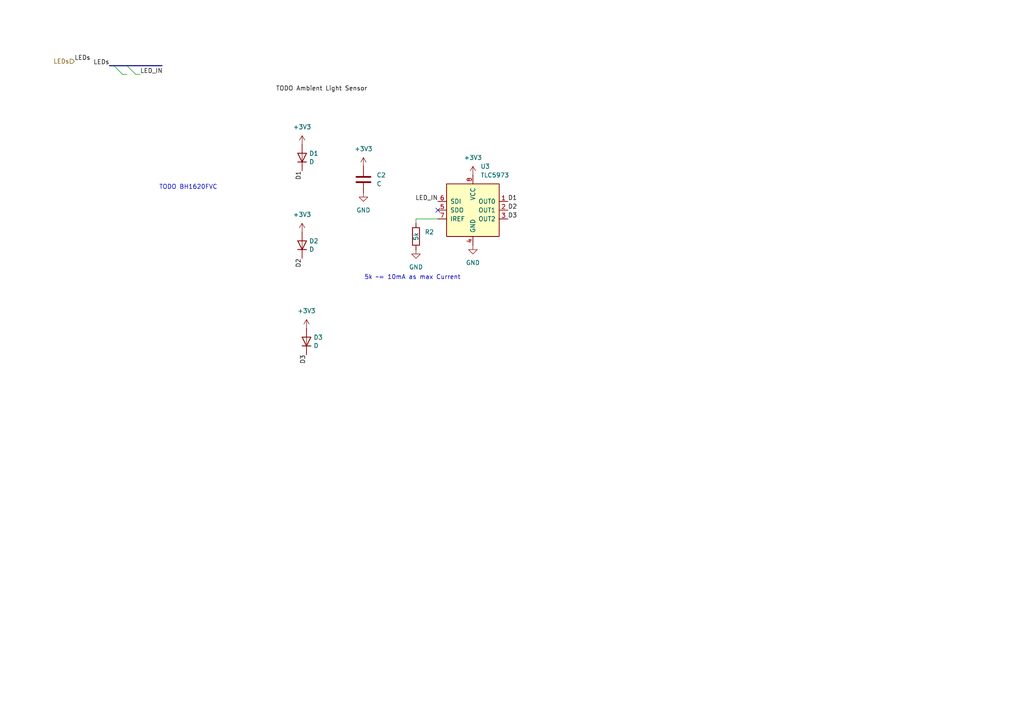
<source format=kicad_sch>
(kicad_sch (version 20231120) (generator "eeschema") (generator_version "8.0")
  (paper "A4")
  (lib_symbols
    (symbol "Device:C" (pin_numbers hide) (pin_names (offset 0.254))
      (property "Reference" "C" (at 0.635 2.54 0))
      (property "Value" "C" (at 0.635 -2.54 0))
      (symbol "C_0_1"
        (polyline (pts (xy -2.032 -0.762) (xy 2.032 -0.762)) (stroke (width 0.508)))
        (polyline (pts (xy -2.032 0.762) (xy 2.032 0.762)) (stroke (width 0.508)))
      )
      (symbol "C_1_1"
        (pin passive line (at 0 3.81 270) (length 2.794) (name "~") (number "1"))
        (pin passive line (at 0 -3.81 90) (length 2.794) (name "~") (number "2"))
      )
    )
    (symbol "Device:D" (pin_numbers hide) (pin_names (offset 1.016) hide)
      (property "Reference" "D" (at 0 2.54 0))
      (property "Value" "D" (at 0 -2.54 0))
      (symbol "D_0_1"
        (polyline (pts (xy -1.27 1.27) (xy -1.27 -1.27)) (stroke (width 0.254)))
        (polyline (pts (xy 1.27 0) (xy -1.27 0)))
        (polyline (pts (xy 1.27 1.27) (xy 1.27 -1.27) (xy -1.27 0) (xy 1.27 1.27)) (stroke (width 0.254)))
      )
      (symbol "D_1_1"
        (pin passive line (at -3.81 0 0) (length 2.54) (name "K") (number "1"))
        (pin passive line (at 3.81 0 180) (length 2.54) (name "A") (number "2"))
      )
    )
    (symbol "Device:R" (pin_numbers hide) (pin_names (offset 0))
      (property "Reference" "R" (at 2.032 0 90))
      (property "Value" "R" (at 0 0 90))
      (symbol "R_0_1"
        (rectangle (start -1.016 -2.54) (end 1.016 2.54) (stroke (width 0.254)))
      )
      (symbol "R_1_1"
        (pin passive line (at 0 3.81 270) (length 1.27) (name "~") (number "1"))
        (pin passive line (at 0 -3.81 90) (length 1.27) (name "~") (number "2"))
      )
    )
    (symbol "Driver_LED:TLC5973" (pin_names (offset 1.016))
      (property "Reference" "U" (at -7.62 8.89 0))
      (property "Value" "TLC5973" (at 1.27 8.89 0))
      (symbol "TLC5973_0_1"
        (rectangle (start -7.62 7.62) (end 7.62 -7.62) (stroke (width 0.254)) (fill (type background)))
      )
      (symbol "TLC5973_1_1"
        (pin output line (at 10.16 2.54 180) (length 2.54) (name "OUT0") (number "1"))
        (pin output line (at 10.16 0 180) (length 2.54) (name "OUT1") (number "2"))
        (pin output line (at 10.16 -2.54 180) (length 2.54) (name "OUT2") (number "3"))
        (pin power_in line (at 0 -10.16 90) (length 2.54) (name "GND") (number "4"))
        (pin output line (at -10.16 0 0) (length 2.54) (name "SDO") (number "5"))
        (pin input line (at -10.16 2.54 0) (length 2.54) (name "SDI") (number "6"))
        (pin bidirectional line (at -10.16 -2.54 0) (length 2.54) (name "IREF") (number "7"))
        (pin power_in line (at 0 10.16 270) (length 2.54) (name "VCC") (number "8"))
      )
    )
    (symbol "power:+3V3" (power) (pin_numbers hide) (pin_names (offset 0) hide)
      (property "Value" "+3V3" (at 0 3.556 0))
      (symbol "+3V3_0_1"
        (polyline (pts (xy -0.762 1.27) (xy 0 2.54)))
        (polyline (pts (xy 0 0) (xy 0 2.54)))
        (polyline (pts (xy 0 2.54) (xy 0.762 1.27)))
      )
      (symbol "+3V3_1_1"
        (pin power_in line (at 0 0 90) (length 0) (name "~") (number "1"))
      )
    )
    (symbol "power:GND" (power) (pin_numbers hide) (pin_names (offset 0) hide)
      (property "Value" "GND" (at 0 -3.81 0))
      (symbol "GND_0_1"
        (polyline (pts (xy 0 0) (xy 0 -1.27) (xy 1.27 -1.27) (xy 0 -2.54) (xy -1.27 -1.27) (xy 0 -1.27)))
      )
      (symbol "GND_1_1"
        (pin power_in line (at 0 0 270) (length 0) (name "~") (number "1"))
      )
    )
  )
  (no_connect (at 127 60.96))
  (bus_entry (at 36.83 19.05) (size 2.54 2.54))
  (bus_entry (at 33.02 19.05) (size 2.54 2.54))
  (wire (pts (xy 120.65 64.77) (xy 120.65 63.5)))
  (wire (pts (xy 39.37 21.59) (xy 40.64 21.59)))
  (bus (pts (xy 36.83 19.05) (xy 46.99 19.05)))
  (bus (pts (xy 36.83 19.05) (xy 33.02 19.05)))
  (wire (pts (xy 35.56 21.59) (xy 36.83 21.59)))
  (bus (pts (xy 33.02 19.05) (xy 31.75 19.05)))
  (wire (pts (xy 120.65 63.5) (xy 127 63.5)))
  (text "TODO BH1620FVC" (at 54.61 54.356 0) (effects (font (size 1.27 1.27))))
  (text "5k ~= 10mA as max Current" (at 119.634 80.518 0) (effects (font (size 1.27 1.27))))
  (label "D3" (at 88.9 102.87 270))
  (label "D1" (at 147.32 58.42 0))
  (label "D2" (at 147.32 60.96 0))
  (label "LEDs" (at 31.75 19.05 180))
  (label "D3" (at 147.32 63.5 0))
  (label "TODO Ambient Light Sensor" (at 80.01 26.67 0))
  (label "LED_IN" (at 127 58.42 180))
  (label "LEDs" (at 21.59 17.78 0))
  (label "D2" (at 87.63 74.93 270))
  (label "LED_IN" (at 40.64 21.59 0))
  (label "D1" (at 87.63 49.53 270))
  (hierarchical_label "LEDs" (shape input) (at 21.59 17.78 180))
  (symbol (lib_id "Device:D") (at 87.63 45.72 90) (unit 1)
    (property "Reference" "D1" (at 89.662 44.5078 90) (effects (justify right)))
    (property "Value" "D" (at 89.662 46.9321 90) (effects (justify right)))
    (property "Description" "Diode" (effects (hide yes)))
    (property "Sim.Device" "D" (effects (hide yes)))
    (property "Sim.Pins" "1=K 2=A" (effects (hide yes)))
  )
  (symbol (lib_id "power:+3V3") (at 87.63 67.31 0) (unit 1)
    (property "Reference" "#PWR01" (effects (hide yes)))
    (property "Value" "+3V3" (at 87.63 62.23 0))
    (property "Description" "Power symbol creates a global label with name \"+3V3\"" (effects (hide yes)))
  )
  (symbol (lib_id "Device:R") (at 120.65 68.58 0) (unit 1)
    (property "Reference" "R2" (at 123.19 67.3099 0) (effects (justify left)))
    (property "Value" "5k" (at 120.65 69.85 90) (effects (justify left)))
    (property "Description" "Resistor" (effects (hide yes)))
  )
  (symbol (lib_id "power:+3V3") (at 137.16 50.8 0) (unit 1)
    (property "Reference" "#PWR011" (effects (hide yes)))
    (property "Value" "+3V3" (at 137.16 45.72 0))
    (property "Description" "Power symbol creates a global label with name \"+3V3\"" (effects (hide yes)))
  )
  (symbol (lib_id "power:+3V3") (at 105.41 48.26 0) (unit 1)
    (property "Reference" "#PWR015" (effects (hide yes)))
    (property "Value" "+3V3" (at 105.41 43.18 0))
    (property "Description" "Power symbol creates a global label with name \"+3V3\"" (effects (hide yes)))
  )
  (symbol (lib_id "Driver_LED:TLC5973") (at 137.16 60.96 0) (unit 1)
    (property "Reference" "U3" (at 139.3541 48.26 0) (effects (justify left)))
    (property "Value" "TLC5973" (at 139.3541 50.8 0) (effects (justify left)))
    (property "Footprint" "Package_SO:SOIC-8_3.9x4.9mm_P1.27mm" (effects (hide yes)))
    (property "Datasheet" "http://www.ti.com/lit/ds/symlink/tlc5973.pdf" (effects (hide yes)))
    (property "Description" "3 Channel 12bit PWM constant currend LED Driver with single wire interface" (effects (hide yes)))
  )
  (symbol (lib_id "Device:D") (at 87.63 71.12 90) (unit 1)
    (property "Reference" "D2" (at 89.662 69.9078 90) (effects (justify right)))
    (property "Value" "D" (at 89.662 72.3321 90) (effects (justify right)))
    (property "Description" "Diode" (effects (hide yes)))
    (property "Sim.Device" "D" (effects (hide yes)))
    (property "Sim.Pins" "1=K 2=A" (effects (hide yes)))
  )
  (symbol (lib_id "power:GND") (at 105.41 55.88 0) (unit 1)
    (property "Reference" "#PWR016" (effects (hide yes)))
    (property "Value" "GND" (at 105.41 60.96 0))
    (property "Description" "Power symbol creates a global label with name \"GND\" , ground" (effects (hide yes)))
  )
  (symbol (lib_id "power:GND") (at 137.16 71.12 0) (unit 1)
    (property "Reference" "#PWR03" (effects (hide yes)))
    (property "Value" "GND" (at 137.16 76.2 0))
    (property "Description" "Power symbol creates a global label with name \"GND\" , ground" (effects (hide yes)))
  )
  (symbol (lib_id "power:+3V3") (at 88.9 95.25 0) (unit 1)
    (property "Reference" "#PWR02" (effects (hide yes)))
    (property "Value" "+3V3" (at 88.9 90.17 0))
    (property "Description" "Power symbol creates a global label with name \"+3V3\"" (effects (hide yes)))
  )
  (symbol (lib_id "power:GND") (at 120.65 72.39 0) (unit 1)
    (property "Reference" "#PWR014" (effects (hide yes)))
    (property "Value" "GND" (at 120.65 77.47 0))
    (property "Description" "Power symbol creates a global label with name \"GND\" , ground" (effects (hide yes)))
  )
  (symbol (lib_id "power:+3V3") (at 87.63 41.91 0) (unit 1)
    (property "Reference" "#PWR010" (effects (hide yes)))
    (property "Value" "+3V3" (at 87.63 36.83 0))
    (property "Description" "Power symbol creates a global label with name \"+3V3\"" (effects (hide yes)))
  )
  (symbol (lib_id "Device:C") (at 105.41 52.07 0) (unit 1)
    (property "Reference" "C2" (at 109.22 50.7999 0) (effects (justify left)))
    (property "Value" "C" (at 109.22 53.3399 0) (effects (justify left)))
    (property "Description" "Unpolarized capacitor" (effects (hide yes)))
  )
  (symbol (lib_id "Device:D") (at 88.9 99.06 90) (unit 1)
    (property "Reference" "D3" (at 90.932 97.8478 90) (effects (justify right)))
    (property "Value" "D" (at 90.932 100.2721 90) (effects (justify right)))
    (property "Description" "Diode" (effects (hide yes)))
    (property "Sim.Device" "D" (effects (hide yes)))
    (property "Sim.Pins" "1=K 2=A" (effects (hide yes)))
  )
)
</source>
